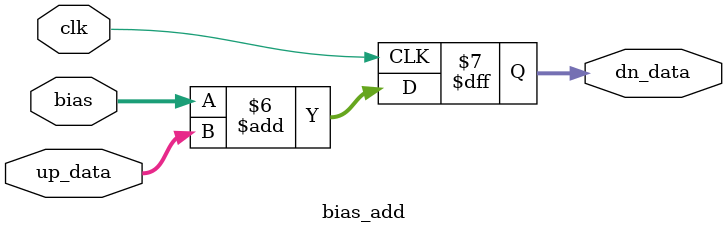
<source format=sv>
`ifndef _bias_add_
`define _bias_add_

/*
 * Module:
 *  bias_add
 *
 * Description:
 *  The bias_add module takes the pre-formatted bias value and adds it to the
 *  incoming stream.
 *
 * Created:
 *  Fri Jan 10 21:55:56 AEDT 2020
 *
 * Author:
 *  Berin Martini (berin.martini@gmail.com)
 */


`default_nettype none

module bias_add
  #(parameter   NUM_WIDTH = 16)
   (input  wire                     clk,

    input  wire     [NUM_WIDTH-1:0] bias,

    input  wire     [NUM_WIDTH-1:0] up_data,
    output logic    [NUM_WIDTH-1:0] dn_data
);


    /**
     * Local parameters
     */


    function signed [NUM_WIDTH-1:0] addition;
        input signed [NUM_WIDTH-1:0] a1;
        input signed [NUM_WIDTH-1:0] a2;

        begin
            addition = a1 + a2;
        end
    endfunction


    /**
     * Internal signals
     */



    /**
     * Implementation
     */


    always_ff @(posedge clk)
        dn_data <= addition(bias, up_data);


`ifdef FORMAL

    reg  past_exists;
    initial begin
        restrict property (past_exists == 1'b0);
    end

    // extend wait time unit the past can be accessed
    always_ff @(posedge clk)
        past_exists <= 1'b1;


    // signed integer addition
    always_ff @(posedge clk)
        if (past_exists) begin
            assert(dn_data == ($past($signed(bias) + $signed(up_data))));
        end


`endif
endmodule

`ifndef YOSYS
`default_nettype wire
`endif

`endif //  `ifndef _bias_add_

</source>
